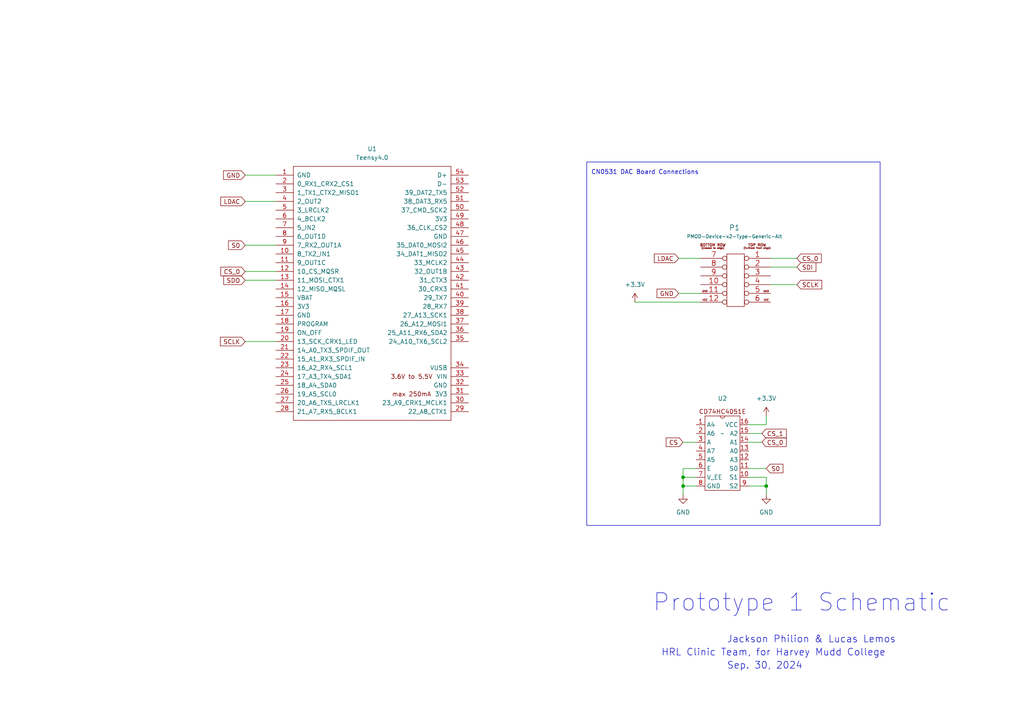
<source format=kicad_sch>
(kicad_sch (version 20230121) (generator eeschema)
  (paper "A4")
  (lib_symbols
    (symbol "CD74HC4051E_1"
      (property "Reference" "U" (at 0 8.89 0))
      (symbol "CD74HC4051E_1_0_1"
        (rectangle (start -5.08 5.08) (end 5.08 -16.51))
        (arc (start -0.635 5.0575) (mid 0 4.4446) (end 0.635 5.0575))
      )
      (symbol "CD74HC4051E_1_1_1"
        (text "CD74HC4051E" (at 0 6.35 0) (effects (font (size 1.27 1.27))))
        (pin bidirectional line (at -7.62 2.54 0) (length 2.54) (name "A4") (number "1"))
        (pin input line (at 7.62 -12.7 180) (length 2.54) (name "S1") (number "10"))
        (pin input line (at 7.62 -10.16 180) (length 2.54) (name "S0") (number "11"))
        (pin bidirectional line (at 7.62 -7.62 180) (length 2.54) (name "A3") (number "12"))
        (pin bidirectional line (at 7.62 -5.08 180) (length 2.54) (name "A0") (number "13"))
        (pin bidirectional line (at 7.62 -2.54 180) (length 2.54) (name "A1") (number "14"))
        (pin bidirectional line (at 7.62 0 180) (length 2.54) (name "A2") (number "15"))
        (pin power_in line (at 7.62 2.54 180) (length 2.54) (name "VCC") (number "16"))
        (pin bidirectional line (at -7.62 0 0) (length 2.54) (name "A6") (number "2"))
        (pin bidirectional line (at -7.62 -2.54 0) (length 2.54) (name "A") (number "3"))
        (pin bidirectional line (at -7.62 -5.08 0) (length 2.54) (name "A7") (number "4"))
        (pin bidirectional line (at -7.62 -7.62 0) (length 2.54) (name "A5") (number "5"))
        (pin input line (at -7.62 -10.16 0) (length 2.54) (name "E") (number "6"))
        (pin power_in line (at -7.62 -12.7 0) (length 2.54) (name "V_EE") (number "7"))
        (pin power_out line (at -7.62 -15.24 0) (length 2.54) (name "GND") (number "8"))
        (pin input line (at 7.62 -15.24 180) (length 2.54) (name "S2") (number "9"))
      )
    )
    (symbol "PMOD-Device-x2-Type-Generic-Alt_1" (pin_names (offset 1.016) hide)
      (property "Reference" "P1" (at 2.2083 22.86 0))
      (property "Value" "PMOD-Device-x2-Type-Generic-Alt" (at 2.2083 20.32 0))
      (symbol "PMOD-Device-x2-Type-Generic-Alt_1_0_0"
        (text "BOTTOM ROW" (at -4.064 18.288 0) (effects (font (size 0.762 0.762)) (justify top)))
        (text "GND" (at -6.35 4.445 0) (effects (font (size 0.508 0.508))))
        (text "GND" (at 11.43 4.445 0) (effects (font (size 0.508 0.508))))
        (text "TOP ROW" (at 8.763 18.288 0) (effects (font (size 0.762 0.762)) (justify top)))
        (text "VCC" (at -6.35 1.905 0) (effects (font (size 0.508 0.508))))
        (text "VCC" (at 11.43 1.905 0) (effects (font (size 0.508 0.508))))
      )
      (symbol "PMOD-Device-x2-Type-Generic-Alt_1_0_1"
        (rectangle (start 5.08 15.24) (end 0 0))
      )
      (symbol "PMOD-Device-x2-Type-Generic-Alt_1_1_0"
        (text "(closest to edge)" (at -4.064 17.272 0) (effects (font (size 0.5 0.5)) (justify top)))
        (text "(furthest from edge)" (at 8.763 17.272 0) (effects (font (size 0.5 0.5)) (justify top)))
      )
      (symbol "PMOD-Device-x2-Type-Generic-Alt_1_1_1"
        (pin passive inverted (at 12.7 13.97 180) (length 7.62) (name "P1") (number "1"))
        (pin passive inverted (at -7.62 6.35 0) (length 7.62) (name "P10") (number "10"))
        (pin passive inverted (at -7.62 3.81 0) (length 7.62) (name "P11") (number "11"))
        (pin passive inverted (at -7.62 1.27 0) (length 7.62) (name "P12") (number "12"))
        (pin passive inverted (at 12.7 11.43 180) (length 7.62) (name "P2") (number "2"))
        (pin passive inverted (at 12.7 8.89 180) (length 7.62) (name "P3") (number "3"))
        (pin passive inverted (at 12.7 6.35 180) (length 7.62) (name "P4") (number "4"))
        (pin passive inverted (at 12.7 3.81 180) (length 7.62) (name "P5") (number "5"))
        (pin passive inverted (at 12.7 1.27 180) (length 7.62) (name "P6") (number "6"))
        (pin passive inverted (at -7.62 13.97 0) (length 7.62) (name "P7") (number "7"))
        (pin passive inverted (at -7.62 11.43 0) (length 7.62) (name "P8") (number "8"))
        (pin passive inverted (at -7.62 8.89 0) (length 7.62) (name "P9") (number "9"))
      )
    )
    (symbol "Teensy Symbols:Teensy4.0" (pin_names (offset 1.016))
      (property "Reference" "U" (at 0 39.37 0))
      (property "Value" "Teensy4.0" (at 0 -39.37 0))
      (symbol "Teensy4.0_0_0"
        (text "3.6V to 5.5V" (at 11.43 -24.13 0) (effects (font (size 1.27 1.27))))
        (text "max 250mA" (at 11.43 -29.21 0) (effects (font (size 1.27 1.27))))
        (pin bidirectional line (at -27.94 11.43 0) (length 5.08) (name "8_TX2_IN1") (number "10"))
        (pin bidirectional line (at -27.94 8.89 0) (length 5.08) (name "9_OUT1C") (number "11"))
        (pin bidirectional line (at -27.94 6.35 0) (length 5.08) (name "10_CS_MQSR") (number "12"))
        (pin bidirectional line (at -27.94 3.81 0) (length 5.08) (name "11_MOSI_CTX1") (number "13"))
        (pin bidirectional line (at -27.94 1.27 0) (length 5.08) (name "12_MISO_MQSL") (number "14"))
        (pin power_in line (at -27.94 -1.27 0) (length 5.08) (name "VBAT") (number "15"))
        (pin power_in line (at -27.94 -3.81 0) (length 5.08) (name "3V3") (number "16"))
        (pin power_in line (at -27.94 -6.35 0) (length 5.08) (name "GND") (number "17"))
        (pin input line (at -27.94 -8.89 0) (length 5.08) (name "PROGRAM") (number "18"))
        (pin input line (at -27.94 -11.43 0) (length 5.08) (name "ON_OFF") (number "19"))
        (pin bidirectional line (at -27.94 -13.97 0) (length 5.08) (name "13_SCK_CRX1_LED") (number "20"))
        (pin bidirectional line (at -27.94 -16.51 0) (length 5.08) (name "14_A0_TX3_SPDIF_OUT") (number "21"))
        (pin bidirectional line (at -27.94 -19.05 0) (length 5.08) (name "15_A1_RX3_SPDIF_IN") (number "22"))
        (pin bidirectional line (at -27.94 -21.59 0) (length 5.08) (name "16_A2_RX4_SCL1") (number "23"))
        (pin bidirectional line (at -27.94 -24.13 0) (length 5.08) (name "17_A3_TX4_SDA1") (number "24"))
        (pin bidirectional line (at -27.94 -26.67 0) (length 5.08) (name "18_A4_SDA0") (number "25"))
        (pin bidirectional line (at -27.94 -29.21 0) (length 5.08) (name "19_A5_SCL0") (number "26"))
        (pin bidirectional line (at -27.94 -31.75 0) (length 5.08) (name "20_A6_TX5_LRCLK1") (number "27"))
        (pin bidirectional line (at -27.94 -34.29 0) (length 5.08) (name "21_A7_RX5_BCLK1") (number "28"))
        (pin bidirectional line (at 27.94 -34.29 180) (length 5.08) (name "22_A8_CTX1") (number "29"))
        (pin bidirectional line (at 27.94 -31.75 180) (length 5.08) (name "23_A9_CRX1_MCLK1") (number "30"))
        (pin power_out line (at 27.94 -29.21 180) (length 5.08) (name "3V3") (number "31"))
        (pin power_in line (at 27.94 -26.67 180) (length 5.08) (name "GND") (number "32"))
        (pin power_in line (at 27.94 -24.13 180) (length 5.08) (name "VIN") (number "33"))
        (pin power_out line (at 27.94 -21.59 180) (length 5.08) (name "VUSB") (number "34"))
        (pin bidirectional line (at 27.94 -13.97 180) (length 5.08) (name "24_A10_TX6_SCL2") (number "35"))
        (pin bidirectional line (at 27.94 -11.43 180) (length 5.08) (name "25_A11_RX6_SDA2") (number "36"))
        (pin bidirectional line (at 27.94 -8.89 180) (length 5.08) (name "26_A12_MOSI1") (number "37"))
        (pin bidirectional line (at 27.94 -6.35 180) (length 5.08) (name "27_A13_SCK1") (number "38"))
        (pin bidirectional line (at 27.94 -3.81 180) (length 5.08) (name "28_RX7") (number "39"))
        (pin bidirectional line (at 27.94 -1.27 180) (length 5.08) (name "29_TX7") (number "40"))
        (pin bidirectional line (at 27.94 1.27 180) (length 5.08) (name "30_CRX3") (number "41"))
        (pin bidirectional line (at 27.94 3.81 180) (length 5.08) (name "31_CTX3") (number "42"))
        (pin bidirectional line (at 27.94 6.35 180) (length 5.08) (name "32_OUT1B") (number "43"))
        (pin bidirectional line (at 27.94 8.89 180) (length 5.08) (name "33_MCLK2") (number "44"))
        (pin bidirectional line (at 27.94 11.43 180) (length 5.08) (name "34_DAT1_MISO2") (number "45"))
        (pin bidirectional line (at 27.94 13.97 180) (length 5.08) (name "35_DAT0_MOSI2") (number "46"))
        (pin power_out line (at 27.94 16.51 180) (length 5.08) (name "GND") (number "47"))
        (pin bidirectional line (at 27.94 19.05 180) (length 5.08) (name "36_CLK_CS2") (number "48"))
        (pin power_out line (at 27.94 21.59 180) (length 5.08) (name "3V3") (number "49"))
        (pin bidirectional line (at -27.94 24.13 0) (length 5.08) (name "3_LRCLK2") (number "5"))
        (pin bidirectional line (at 27.94 24.13 180) (length 5.08) (name "37_CMD_SCK2") (number "50"))
        (pin bidirectional line (at 27.94 26.67 180) (length 5.08) (name "38_DAT3_RX5") (number "51"))
        (pin bidirectional line (at 27.94 29.21 180) (length 5.08) (name "39_DAT2_TX5") (number "52"))
        (pin bidirectional line (at 27.94 31.75 180) (length 5.08) (name "D-") (number "53"))
        (pin bidirectional line (at 27.94 34.29 180) (length 5.08) (name "D+") (number "54"))
        (pin bidirectional line (at -27.94 21.59 0) (length 5.08) (name "4_BCLK2") (number "6"))
        (pin bidirectional line (at -27.94 19.05 0) (length 5.08) (name "5_IN2") (number "7"))
        (pin bidirectional line (at -27.94 16.51 0) (length 5.08) (name "6_OUT1D") (number "8"))
        (pin bidirectional line (at -27.94 13.97 0) (length 5.08) (name "7_RX2_OUT1A") (number "9"))
      )
      (symbol "Teensy4.0_0_1"
        (rectangle (start -22.86 36.83) (end 22.86 -36.83))
        (rectangle (start -20.32 -31.75) (end -20.32 -31.75))
      )
      (symbol "Teensy4.0_1_1"
        (pin power_in line (at -27.94 34.29 0) (length 5.08) (name "GND") (number "1"))
        (pin bidirectional line (at -27.94 31.75 0) (length 5.08) (name "0_RX1_CRX2_CS1") (number "2"))
        (pin bidirectional line (at -27.94 29.21 0) (length 5.08) (name "1_TX1_CTX2_MISO1") (number "3"))
        (pin bidirectional line (at -27.94 26.67 0) (length 5.08) (name "2_OUT2") (number "4"))
      )
    )
    (symbol "power:+3.3V" (power) (pin_names (offset 0))
      (property "Value" "+3.3V" (at 0 3.556 0))
      (symbol "+3.3V_0_1"
        (polyline (pts (xy -0.762 1.27) (xy 0 2.54)))
        (polyline (pts (xy 0 0) (xy 0 2.54)))
        (polyline (pts (xy 0 2.54) (xy 0.762 1.27)))
      )
      (symbol "+3.3V_1_1"
        (pin power_in line (at 0 0 90) (length 0) hide (name "+3.3V") (number "1"))
      )
    )
    (symbol "power:GND" (power) (pin_names (offset 0))
      (property "Value" "GND" (at 0 -3.81 0))
      (symbol "GND_0_1"
        (polyline (pts (xy 0 0) (xy 0 -1.27) (xy 1.27 -1.27) (xy 0 -2.54) (xy -1.27 -1.27) (xy 0 -1.27)))
      )
      (symbol "GND_1_1"
        (pin power_in line (at 0 0 270) (length 0) hide (name "GND") (number "1"))
      )
    )
  )
  (junction (at 198.12 138.43))
  (junction (at 198.12 140.97))
  (junction (at 222.25 140.97))
  (wire (pts (xy 198.12 138.43) (xy 198.12 140.97)))
  (wire (pts (xy 71.12 58.42) (xy 80.01 58.42)))
  (wire (pts (xy 198.12 128.27) (xy 201.93 128.27)))
  (wire (pts (xy 222.25 140.97) (xy 222.25 143.51)))
  (wire (pts (xy 223.52 74.93) (xy 231.14 74.93)))
  (wire (pts (xy 196.85 85.09) (xy 203.2 85.09)))
  (wire (pts (xy 201.93 140.97) (xy 198.12 140.97)))
  (wire (pts (xy 71.12 50.8) (xy 80.01 50.8)))
  (wire (pts (xy 222.25 138.43) (xy 222.25 140.97)))
  (wire (pts (xy 217.17 128.27) (xy 220.98 128.27)))
  (wire (pts (xy 196.85 74.93) (xy 203.2 74.93)))
  (wire (pts (xy 201.93 138.43) (xy 198.12 138.43)))
  (wire (pts (xy 71.12 71.12) (xy 80.01 71.12)))
  (wire (pts (xy 217.17 135.89) (xy 222.25 135.89)))
  (wire (pts (xy 217.17 140.97) (xy 222.25 140.97)))
  (wire (pts (xy 71.12 78.74) (xy 80.01 78.74)))
  (wire (pts (xy 198.12 135.89) (xy 198.12 138.43)))
  (wire (pts (xy 71.12 81.28) (xy 80.01 81.28)))
  (wire (pts (xy 201.93 135.89) (xy 198.12 135.89)))
  (wire (pts (xy 217.17 138.43) (xy 222.25 138.43)))
  (wire (pts (xy 223.52 77.47) (xy 231.14 77.47)))
  (wire (pts (xy 71.12 99.06) (xy 80.01 99.06)))
  (wire (pts (xy 223.52 82.55) (xy 231.14 82.55)))
  (wire (pts (xy 222.25 123.19) (xy 222.25 120.65)))
  (wire (pts (xy 184.15 87.63) (xy 203.2 87.63)))
  (wire (pts (xy 217.17 123.19) (xy 222.25 123.19)))
  (wire (pts (xy 217.17 125.73) (xy 220.98 125.73)))
  (wire (pts (xy 198.12 140.97) (xy 198.12 143.51)))
  (rectangle (start 170.18 46.99) (end 255.27 152.4))
  (text "Sep. 30, 2024" (at 210.82 194.31 0) (effects (font (size 2 2)) (justify left bottom)))
  (text "CN0531 DAC Board Connections" (at 171.45 50.8 0) (effects (font (size 1.27 1.27)) (justify left bottom)))
  (text "HRL Clinic Team, for Harvey Mudd College" (at 191.77 190.5 0) (effects (font (size 2 2)) (justify left bottom)))
  (text "Prototype 1 Schematic" (at 189.23 177.8 0) (effects (font (size 5 5)) (justify left bottom)))
  (text "Jackson Philion & Lucas Lemos" (at 210.82 186.69 0) (effects (font (size 2 2)) (justify left bottom)))
  (global_label "GND" (shape input) (at 196.85 85.09 180) (property "Intersheetrefs" "${INTERSHEET_REFS}" (effects hide)))
  (global_label "SDI" (shape input) (at 231.14 77.47 0) (property "Intersheetrefs" "${INTERSHEET_REFS}" (effects hide)))
  (global_label "S0" (shape input) (at 71.12 71.12 180) (property "Intersheetrefs" "${INTERSHEET_REFS}" (effects hide)))
  (global_label "SCLK" (shape input) (at 231.14 82.55 0) (property "Intersheetrefs" "${INTERSHEET_REFS}" (effects hide)))
  (global_label "CS_0" (shape input) (at 71.12 78.74 180) (property "Intersheetrefs" "${INTERSHEET_REFS}" (effects hide)))
  (global_label "CS_0" (shape input) (at 220.98 128.27 0) (property "Intersheetrefs" "${INTERSHEET_REFS}" (effects hide)))
  (global_label "GND" (shape input) (at 71.12 50.8 180) (property "Intersheetrefs" "${INTERSHEET_REFS}" (effects hide)))
  (global_label "S0" (shape input) (at 222.25 135.89 0) (property "Intersheetrefs" "${INTERSHEET_REFS}" (effects hide)))
  (global_label "CS_1" (shape input) (at 220.98 125.73 0) (property "Intersheetrefs" "${INTERSHEET_REFS}" (effects hide)))
  (global_label "LDAC" (shape input) (at 71.12 58.42 180) (property "Intersheetrefs" "${INTERSHEET_REFS}" (effects hide)))
  (global_label "SCLK" (shape input) (at 71.12 99.06 180) (property "Intersheetrefs" "${INTERSHEET_REFS}" (effects hide)))
  (global_label "CS_0" (shape input) (at 231.14 74.93 0) (property "Intersheetrefs" "${INTERSHEET_REFS}" (effects hide)))
  (global_label "LDAC" (shape input) (at 196.85 74.93 180) (property "Intersheetrefs" "${INTERSHEET_REFS}" (effects hide)))
  (global_label "SDO" (shape input) (at 71.12 81.28 180) (property "Intersheetrefs" "${INTERSHEET_REFS}" (effects hide)))
  (global_label "CS" (shape input) (at 198.12 128.27 180) (property "Intersheetrefs" "${INTERSHEET_REFS}" (effects hide)))
  (symbol (lib_name "PMOD-Device-x2-Type-Generic-Alt_1") (lib_id "PMOD Library:PMOD-Device-x2-Type-Generic-Alt") (at 210.82 88.9 0) (unit 1)
    (property "Reference" "P1" (at 213.0283 66.04 0) (effects (font (size 1.524 1.524))))
    (property "Value" "PMOD-Device-x2-Type-Generic-Alt" (at 213.0283 68.58 0) (effects (font (size 0.9906 0.9906))))
    (property "Footprint" "pmod-conn_6x2:pmod_pin_array_6x2" (effects hide))
  )
  (symbol (lib_id "power:GND") (at 222.25 143.51 0) (unit 1)
    (property "Reference" "#PWR04" (effects hide))
    (property "Value" "GND" (at 222.25 148.59 0))
  )
  (symbol (lib_id "Teensy Symbols:Teensy4.0") (at 107.95 85.09 0) (unit 1)
    (property "Reference" "U1" (at 107.95 43.18 0))
    (property "Value" "Teensy4.0" (at 107.95 45.72 0))
  )
  (symbol (lib_id "power:+3.3V") (at 222.25 120.65 0) (unit 1)
    (property "Reference" "#PWR03" (effects hide))
    (property "Value" "+3.3V" (at 222.25 115.57 0))
  )
  (symbol (lib_id "power:GND") (at 198.12 143.51 0) (unit 1)
    (property "Reference" "#PWR02" (effects hide))
    (property "Value" "GND" (at 198.12 148.59 0))
  )
  (symbol (lib_name "CD74HC4051E_1") (lib_id "HRL_Custom:CD74HC4051E") (at 209.55 125.73 0) (unit 1)
    (property "Reference" "U2" (at 209.55 115.57 0))
    (property "Value" "~" (at 209.55 125.73 0))
  )
  (symbol (lib_id "power:+3.3V") (at 184.15 87.63 0) (unit 1)
    (property "Reference" "#PWR01" (effects hide))
    (property "Value" "+3.3V" (at 184.15 82.55 0))
  )
)
</source>
